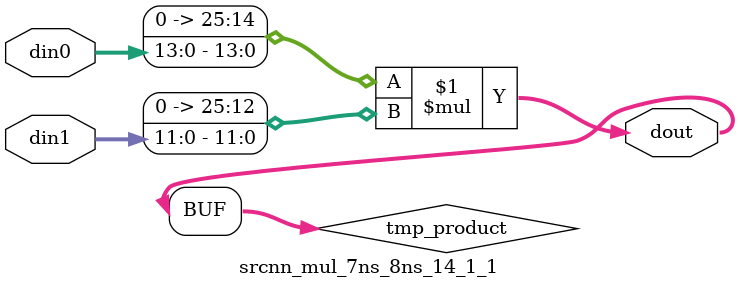
<source format=v>

`timescale 1 ns / 1 ps

  module srcnn_mul_7ns_8ns_14_1_1(din0, din1, dout);
parameter ID = 1;
parameter NUM_STAGE = 0;
parameter din0_WIDTH = 14;
parameter din1_WIDTH = 12;
parameter dout_WIDTH = 26;

input [din0_WIDTH - 1 : 0] din0; 
input [din1_WIDTH - 1 : 0] din1; 
output [dout_WIDTH - 1 : 0] dout;

wire signed [dout_WIDTH - 1 : 0] tmp_product;










assign tmp_product = $signed({1'b0, din0}) * $signed({1'b0, din1});











assign dout = tmp_product;







endmodule

</source>
